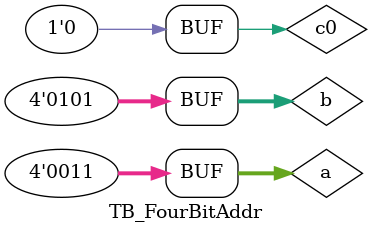
<source format=v>
`timescale 1ns / 1ps


module TB_FourBitAddr;

	// Inputs
	reg [3:0] a;
	reg [3:0] b;
	reg c0;

	// Outputs
	wire [3:0] s;
	wire c4;

	// Instantiate the Unit Under Test (UUT)
	FourBitAddr uut (
		.a(a), 
		.b(b), 
		.c0(c0), 
		.s(s), 
		.c4(c4)
	);

	initial begin
		// 0000 + 0000
		a = 0;
		b = 0;
		c0 = 0;

		#100;
		
		// 0011 + 0101
		a = 4'b0011;
		b = 4'b0101;
	   c0= 0;
		
		#100;
		
		// 1111 + 0001
		a = 4'b1111;
		b = 4'b0001;
	   c0= 0;
		
		#100;
		
		// 4 + 7
		a = 4;
		b = 7;
		c0 = 0;
		
		#100;
		
		// 0011 + 0101
		a[0] = 1;
		a[1] = 1;
		a[2] = 0;
		a[3] = 0;
		
		b[0] = 1;
		b[1] = 0;
		b[2] = 1;
		b[3] = 0;
		
		c0 = 0;
		
		#100;

	end
      
endmodule


</source>
